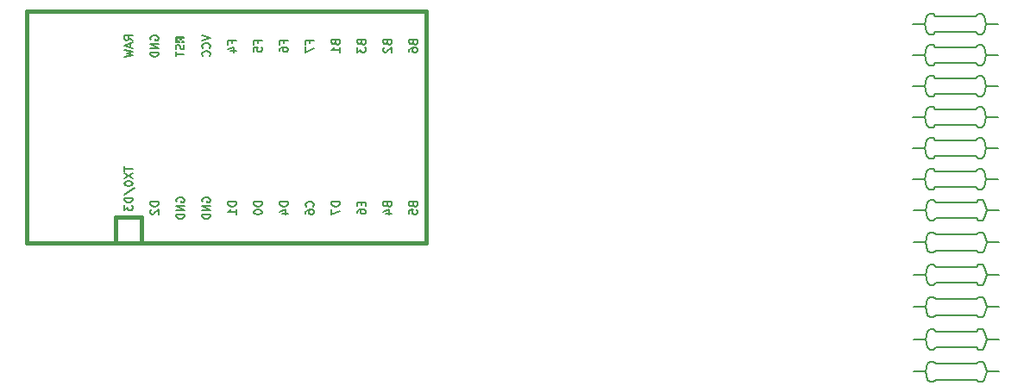
<source format=gbo>
%TF.GenerationSoftware,KiCad,Pcbnew,(5.1.10)-1*%
%TF.CreationDate,2021-10-28T11:13:53+08:00*%
%TF.ProjectId,EGPad,45475061-642e-46b6-9963-61645f706362,rev?*%
%TF.SameCoordinates,Original*%
%TF.FileFunction,Legend,Bot*%
%TF.FilePolarity,Positive*%
%FSLAX46Y46*%
G04 Gerber Fmt 4.6, Leading zero omitted, Abs format (unit mm)*
G04 Created by KiCad (PCBNEW (5.1.10)-1) date 2021-10-28 11:13:53*
%MOMM*%
%LPD*%
G01*
G04 APERTURE LIST*
%ADD10C,0.381000*%
%ADD11C,0.150000*%
G04 APERTURE END LIST*
D10*
%TO.C,U1*%
X101763610Y-54010202D02*
X101763610Y-56550202D01*
X92963610Y-33770202D02*
X92963610Y-56550202D01*
X92963610Y-56550202D02*
X132243610Y-56550202D01*
X132243610Y-56550202D02*
X132243610Y-33770202D01*
X132243610Y-33770202D02*
X92963610Y-33770202D01*
D11*
G36*
X107652640Y-36815567D02*
G01*
X107752640Y-36815567D01*
X107752640Y-36315567D01*
X107652640Y-36315567D01*
X107652640Y-36815567D01*
G37*
X107652640Y-36815567D02*
X107752640Y-36815567D01*
X107752640Y-36315567D01*
X107652640Y-36315567D01*
X107652640Y-36815567D01*
G36*
X107652640Y-36815567D02*
G01*
X107952640Y-36815567D01*
X107952640Y-36715567D01*
X107652640Y-36715567D01*
X107652640Y-36815567D01*
G37*
X107652640Y-36815567D02*
X107952640Y-36815567D01*
X107952640Y-36715567D01*
X107652640Y-36715567D01*
X107652640Y-36815567D01*
G36*
X108252640Y-36815567D02*
G01*
X108452640Y-36815567D01*
X108452640Y-36715567D01*
X108252640Y-36715567D01*
X108252640Y-36815567D01*
G37*
X108252640Y-36815567D02*
X108452640Y-36815567D01*
X108452640Y-36715567D01*
X108252640Y-36715567D01*
X108252640Y-36815567D01*
G36*
X107652640Y-36415567D02*
G01*
X108452640Y-36415567D01*
X108452640Y-36315567D01*
X107652640Y-36315567D01*
X107652640Y-36415567D01*
G37*
X107652640Y-36415567D02*
X108452640Y-36415567D01*
X108452640Y-36315567D01*
X107652640Y-36315567D01*
X107652640Y-36415567D01*
G36*
X108052640Y-36615567D02*
G01*
X108152640Y-36615567D01*
X108152640Y-36515567D01*
X108052640Y-36515567D01*
X108052640Y-36615567D01*
G37*
X108052640Y-36615567D02*
X108152640Y-36615567D01*
X108152640Y-36515567D01*
X108052640Y-36515567D01*
X108052640Y-36615567D01*
D10*
X101763610Y-54010202D02*
X104303610Y-54010202D01*
X104303610Y-54010202D02*
X104303610Y-56550202D01*
D11*
%TO.C,R12*%
X181213500Y-53340000D02*
X180013500Y-53340000D01*
X187013500Y-52540000D02*
X187213500Y-53340000D01*
X186813500Y-52340000D02*
X187013500Y-52540000D01*
X186413500Y-52340000D02*
X186813500Y-52340000D01*
X186213500Y-52540000D02*
X186413500Y-52340000D01*
X182213500Y-52540000D02*
X186213500Y-52540000D01*
X182013500Y-52340000D02*
X182213500Y-52540000D01*
X181613500Y-52340000D02*
X182013500Y-52340000D01*
X181413500Y-52540000D02*
X181613500Y-52340000D01*
X181213500Y-53340000D02*
X181413500Y-52540000D01*
X181413500Y-54140000D02*
X181213500Y-53340000D01*
X181613500Y-54340000D02*
X181413500Y-54140000D01*
X182013500Y-54340000D02*
X181613500Y-54340000D01*
X182213500Y-54140000D02*
X182013500Y-54340000D01*
X186213500Y-54140000D02*
X182213500Y-54140000D01*
X186413500Y-54340000D02*
X186213500Y-54140000D01*
X186813500Y-54340000D02*
X186413500Y-54340000D01*
X187013500Y-54140000D02*
X186813500Y-54340000D01*
X187213500Y-53340000D02*
X187013500Y-54140000D01*
X188413500Y-53340000D02*
X187213500Y-53340000D01*
%TO.C,R11*%
X181213500Y-56515000D02*
X180013500Y-56515000D01*
X187013500Y-55715000D02*
X187213500Y-56515000D01*
X186813500Y-55515000D02*
X187013500Y-55715000D01*
X186413500Y-55515000D02*
X186813500Y-55515000D01*
X186213500Y-55715000D02*
X186413500Y-55515000D01*
X182213500Y-55715000D02*
X186213500Y-55715000D01*
X182013500Y-55515000D02*
X182213500Y-55715000D01*
X181613500Y-55515000D02*
X182013500Y-55515000D01*
X181413500Y-55715000D02*
X181613500Y-55515000D01*
X181213500Y-56515000D02*
X181413500Y-55715000D01*
X181413500Y-57315000D02*
X181213500Y-56515000D01*
X181613500Y-57515000D02*
X181413500Y-57315000D01*
X182013500Y-57515000D02*
X181613500Y-57515000D01*
X182213500Y-57315000D02*
X182013500Y-57515000D01*
X186213500Y-57315000D02*
X182213500Y-57315000D01*
X186413500Y-57515000D02*
X186213500Y-57315000D01*
X186813500Y-57515000D02*
X186413500Y-57515000D01*
X187013500Y-57315000D02*
X186813500Y-57515000D01*
X187213500Y-56515000D02*
X187013500Y-57315000D01*
X188413500Y-56515000D02*
X187213500Y-56515000D01*
%TO.C,R10*%
X181213500Y-59690000D02*
X180013500Y-59690000D01*
X187013500Y-58890000D02*
X187213500Y-59690000D01*
X186813500Y-58690000D02*
X187013500Y-58890000D01*
X186413500Y-58690000D02*
X186813500Y-58690000D01*
X186213500Y-58890000D02*
X186413500Y-58690000D01*
X182213500Y-58890000D02*
X186213500Y-58890000D01*
X182013500Y-58690000D02*
X182213500Y-58890000D01*
X181613500Y-58690000D02*
X182013500Y-58690000D01*
X181413500Y-58890000D02*
X181613500Y-58690000D01*
X181213500Y-59690000D02*
X181413500Y-58890000D01*
X181413500Y-60490000D02*
X181213500Y-59690000D01*
X181613500Y-60690000D02*
X181413500Y-60490000D01*
X182013500Y-60690000D02*
X181613500Y-60690000D01*
X182213500Y-60490000D02*
X182013500Y-60690000D01*
X186213500Y-60490000D02*
X182213500Y-60490000D01*
X186413500Y-60690000D02*
X186213500Y-60490000D01*
X186813500Y-60690000D02*
X186413500Y-60690000D01*
X187013500Y-60490000D02*
X186813500Y-60690000D01*
X187213500Y-59690000D02*
X187013500Y-60490000D01*
X188413500Y-59690000D02*
X187213500Y-59690000D01*
%TO.C,R9*%
X181213500Y-62865000D02*
X180013500Y-62865000D01*
X187013500Y-62065000D02*
X187213500Y-62865000D01*
X186813500Y-61865000D02*
X187013500Y-62065000D01*
X186413500Y-61865000D02*
X186813500Y-61865000D01*
X186213500Y-62065000D02*
X186413500Y-61865000D01*
X182213500Y-62065000D02*
X186213500Y-62065000D01*
X182013500Y-61865000D02*
X182213500Y-62065000D01*
X181613500Y-61865000D02*
X182013500Y-61865000D01*
X181413500Y-62065000D02*
X181613500Y-61865000D01*
X181213500Y-62865000D02*
X181413500Y-62065000D01*
X181413500Y-63665000D02*
X181213500Y-62865000D01*
X181613500Y-63865000D02*
X181413500Y-63665000D01*
X182013500Y-63865000D02*
X181613500Y-63865000D01*
X182213500Y-63665000D02*
X182013500Y-63865000D01*
X186213500Y-63665000D02*
X182213500Y-63665000D01*
X186413500Y-63865000D02*
X186213500Y-63665000D01*
X186813500Y-63865000D02*
X186413500Y-63865000D01*
X187013500Y-63665000D02*
X186813500Y-63865000D01*
X187213500Y-62865000D02*
X187013500Y-63665000D01*
X188413500Y-62865000D02*
X187213500Y-62865000D01*
%TO.C,R8*%
X181213500Y-66040000D02*
X180013500Y-66040000D01*
X187013500Y-65240000D02*
X187213500Y-66040000D01*
X186813500Y-65040000D02*
X187013500Y-65240000D01*
X186413500Y-65040000D02*
X186813500Y-65040000D01*
X186213500Y-65240000D02*
X186413500Y-65040000D01*
X182213500Y-65240000D02*
X186213500Y-65240000D01*
X182013500Y-65040000D02*
X182213500Y-65240000D01*
X181613500Y-65040000D02*
X182013500Y-65040000D01*
X181413500Y-65240000D02*
X181613500Y-65040000D01*
X181213500Y-66040000D02*
X181413500Y-65240000D01*
X181413500Y-66840000D02*
X181213500Y-66040000D01*
X181613500Y-67040000D02*
X181413500Y-66840000D01*
X182013500Y-67040000D02*
X181613500Y-67040000D01*
X182213500Y-66840000D02*
X182013500Y-67040000D01*
X186213500Y-66840000D02*
X182213500Y-66840000D01*
X186413500Y-67040000D02*
X186213500Y-66840000D01*
X186813500Y-67040000D02*
X186413500Y-67040000D01*
X187013500Y-66840000D02*
X186813500Y-67040000D01*
X187213500Y-66040000D02*
X187013500Y-66840000D01*
X188413500Y-66040000D02*
X187213500Y-66040000D01*
%TO.C,R7*%
X181213500Y-69215000D02*
X180013500Y-69215000D01*
X187013500Y-68415000D02*
X187213500Y-69215000D01*
X186813500Y-68215000D02*
X187013500Y-68415000D01*
X186413500Y-68215000D02*
X186813500Y-68215000D01*
X186213500Y-68415000D02*
X186413500Y-68215000D01*
X182213500Y-68415000D02*
X186213500Y-68415000D01*
X182013500Y-68215000D02*
X182213500Y-68415000D01*
X181613500Y-68215000D02*
X182013500Y-68215000D01*
X181413500Y-68415000D02*
X181613500Y-68215000D01*
X181213500Y-69215000D02*
X181413500Y-68415000D01*
X181413500Y-70015000D02*
X181213500Y-69215000D01*
X181613500Y-70215000D02*
X181413500Y-70015000D01*
X182013500Y-70215000D02*
X181613500Y-70215000D01*
X182213500Y-70015000D02*
X182013500Y-70215000D01*
X186213500Y-70015000D02*
X182213500Y-70015000D01*
X186413500Y-70215000D02*
X186213500Y-70015000D01*
X186813500Y-70215000D02*
X186413500Y-70215000D01*
X187013500Y-70015000D02*
X186813500Y-70215000D01*
X187213500Y-69215000D02*
X187013500Y-70015000D01*
X188413500Y-69215000D02*
X187213500Y-69215000D01*
%TO.C,R6*%
X181150000Y-50292000D02*
X179950000Y-50292000D01*
X186950000Y-49492000D02*
X187150000Y-50292000D01*
X186750000Y-49292000D02*
X186950000Y-49492000D01*
X186350000Y-49292000D02*
X186750000Y-49292000D01*
X186150000Y-49492000D02*
X186350000Y-49292000D01*
X182150000Y-49492000D02*
X186150000Y-49492000D01*
X181950000Y-49292000D02*
X182150000Y-49492000D01*
X181550000Y-49292000D02*
X181950000Y-49292000D01*
X181350000Y-49492000D02*
X181550000Y-49292000D01*
X181150000Y-50292000D02*
X181350000Y-49492000D01*
X181350000Y-51092000D02*
X181150000Y-50292000D01*
X181550000Y-51292000D02*
X181350000Y-51092000D01*
X181950000Y-51292000D02*
X181550000Y-51292000D01*
X182150000Y-51092000D02*
X181950000Y-51292000D01*
X186150000Y-51092000D02*
X182150000Y-51092000D01*
X186350000Y-51292000D02*
X186150000Y-51092000D01*
X186750000Y-51292000D02*
X186350000Y-51292000D01*
X186950000Y-51092000D02*
X186750000Y-51292000D01*
X187150000Y-50292000D02*
X186950000Y-51092000D01*
X188350000Y-50292000D02*
X187150000Y-50292000D01*
%TO.C,R5*%
X181150000Y-47244000D02*
X179950000Y-47244000D01*
X186950000Y-46444000D02*
X187150000Y-47244000D01*
X186750000Y-46244000D02*
X186950000Y-46444000D01*
X186350000Y-46244000D02*
X186750000Y-46244000D01*
X186150000Y-46444000D02*
X186350000Y-46244000D01*
X182150000Y-46444000D02*
X186150000Y-46444000D01*
X181950000Y-46244000D02*
X182150000Y-46444000D01*
X181550000Y-46244000D02*
X181950000Y-46244000D01*
X181350000Y-46444000D02*
X181550000Y-46244000D01*
X181150000Y-47244000D02*
X181350000Y-46444000D01*
X181350000Y-48044000D02*
X181150000Y-47244000D01*
X181550000Y-48244000D02*
X181350000Y-48044000D01*
X181950000Y-48244000D02*
X181550000Y-48244000D01*
X182150000Y-48044000D02*
X181950000Y-48244000D01*
X186150000Y-48044000D02*
X182150000Y-48044000D01*
X186350000Y-48244000D02*
X186150000Y-48044000D01*
X186750000Y-48244000D02*
X186350000Y-48244000D01*
X186950000Y-48044000D02*
X186750000Y-48244000D01*
X187150000Y-47244000D02*
X186950000Y-48044000D01*
X188350000Y-47244000D02*
X187150000Y-47244000D01*
%TO.C,R4*%
X181150000Y-44196000D02*
X179950000Y-44196000D01*
X186950000Y-43396000D02*
X187150000Y-44196000D01*
X186750000Y-43196000D02*
X186950000Y-43396000D01*
X186350000Y-43196000D02*
X186750000Y-43196000D01*
X186150000Y-43396000D02*
X186350000Y-43196000D01*
X182150000Y-43396000D02*
X186150000Y-43396000D01*
X181950000Y-43196000D02*
X182150000Y-43396000D01*
X181550000Y-43196000D02*
X181950000Y-43196000D01*
X181350000Y-43396000D02*
X181550000Y-43196000D01*
X181150000Y-44196000D02*
X181350000Y-43396000D01*
X181350000Y-44996000D02*
X181150000Y-44196000D01*
X181550000Y-45196000D02*
X181350000Y-44996000D01*
X181950000Y-45196000D02*
X181550000Y-45196000D01*
X182150000Y-44996000D02*
X181950000Y-45196000D01*
X186150000Y-44996000D02*
X182150000Y-44996000D01*
X186350000Y-45196000D02*
X186150000Y-44996000D01*
X186750000Y-45196000D02*
X186350000Y-45196000D01*
X186950000Y-44996000D02*
X186750000Y-45196000D01*
X187150000Y-44196000D02*
X186950000Y-44996000D01*
X188350000Y-44196000D02*
X187150000Y-44196000D01*
%TO.C,R3*%
X181150000Y-41148000D02*
X179950000Y-41148000D01*
X186950000Y-40348000D02*
X187150000Y-41148000D01*
X186750000Y-40148000D02*
X186950000Y-40348000D01*
X186350000Y-40148000D02*
X186750000Y-40148000D01*
X186150000Y-40348000D02*
X186350000Y-40148000D01*
X182150000Y-40348000D02*
X186150000Y-40348000D01*
X181950000Y-40148000D02*
X182150000Y-40348000D01*
X181550000Y-40148000D02*
X181950000Y-40148000D01*
X181350000Y-40348000D02*
X181550000Y-40148000D01*
X181150000Y-41148000D02*
X181350000Y-40348000D01*
X181350000Y-41948000D02*
X181150000Y-41148000D01*
X181550000Y-42148000D02*
X181350000Y-41948000D01*
X181950000Y-42148000D02*
X181550000Y-42148000D01*
X182150000Y-41948000D02*
X181950000Y-42148000D01*
X186150000Y-41948000D02*
X182150000Y-41948000D01*
X186350000Y-42148000D02*
X186150000Y-41948000D01*
X186750000Y-42148000D02*
X186350000Y-42148000D01*
X186950000Y-41948000D02*
X186750000Y-42148000D01*
X187150000Y-41148000D02*
X186950000Y-41948000D01*
X188350000Y-41148000D02*
X187150000Y-41148000D01*
%TO.C,R2*%
X181150000Y-38100000D02*
X179950000Y-38100000D01*
X186950000Y-37300000D02*
X187150000Y-38100000D01*
X186750000Y-37100000D02*
X186950000Y-37300000D01*
X186350000Y-37100000D02*
X186750000Y-37100000D01*
X186150000Y-37300000D02*
X186350000Y-37100000D01*
X182150000Y-37300000D02*
X186150000Y-37300000D01*
X181950000Y-37100000D02*
X182150000Y-37300000D01*
X181550000Y-37100000D02*
X181950000Y-37100000D01*
X181350000Y-37300000D02*
X181550000Y-37100000D01*
X181150000Y-38100000D02*
X181350000Y-37300000D01*
X181350000Y-38900000D02*
X181150000Y-38100000D01*
X181550000Y-39100000D02*
X181350000Y-38900000D01*
X181950000Y-39100000D02*
X181550000Y-39100000D01*
X182150000Y-38900000D02*
X181950000Y-39100000D01*
X186150000Y-38900000D02*
X182150000Y-38900000D01*
X186350000Y-39100000D02*
X186150000Y-38900000D01*
X186750000Y-39100000D02*
X186350000Y-39100000D01*
X186950000Y-38900000D02*
X186750000Y-39100000D01*
X187150000Y-38100000D02*
X186950000Y-38900000D01*
X188350000Y-38100000D02*
X187150000Y-38100000D01*
%TO.C,R1*%
X181150000Y-35052000D02*
X179950000Y-35052000D01*
X186950000Y-34252000D02*
X187150000Y-35052000D01*
X186750000Y-34052000D02*
X186950000Y-34252000D01*
X186350000Y-34052000D02*
X186750000Y-34052000D01*
X186150000Y-34252000D02*
X186350000Y-34052000D01*
X182150000Y-34252000D02*
X186150000Y-34252000D01*
X181950000Y-34052000D02*
X182150000Y-34252000D01*
X181550000Y-34052000D02*
X181950000Y-34052000D01*
X181350000Y-34252000D02*
X181550000Y-34052000D01*
X181150000Y-35052000D02*
X181350000Y-34252000D01*
X181350000Y-35852000D02*
X181150000Y-35052000D01*
X181550000Y-36052000D02*
X181350000Y-35852000D01*
X181950000Y-36052000D02*
X181550000Y-36052000D01*
X182150000Y-35852000D02*
X181950000Y-36052000D01*
X186150000Y-35852000D02*
X182150000Y-35852000D01*
X186350000Y-36052000D02*
X186150000Y-35852000D01*
X186750000Y-36052000D02*
X186350000Y-36052000D01*
X186950000Y-35852000D02*
X186750000Y-36052000D01*
X187150000Y-35052000D02*
X186950000Y-35852000D01*
X188350000Y-35052000D02*
X187150000Y-35052000D01*
%TO.C,U1*%
X108417419Y-37086868D02*
X108455514Y-37201154D01*
X108455514Y-37391630D01*
X108417419Y-37467821D01*
X108379324Y-37505916D01*
X108303133Y-37544011D01*
X108226943Y-37544011D01*
X108150752Y-37505916D01*
X108112657Y-37467821D01*
X108074562Y-37391630D01*
X108036467Y-37239249D01*
X107998371Y-37163059D01*
X107960276Y-37124963D01*
X107884086Y-37086868D01*
X107807895Y-37086868D01*
X107731705Y-37124963D01*
X107693610Y-37163059D01*
X107655514Y-37239249D01*
X107655514Y-37429725D01*
X107693610Y-37544011D01*
X107655514Y-37772582D02*
X107655514Y-38229725D01*
X108455514Y-38001154D02*
X107655514Y-38001154D01*
X102595514Y-49041597D02*
X102595514Y-49498740D01*
X103395514Y-49270169D02*
X102595514Y-49270169D01*
X102595514Y-49689216D02*
X103395514Y-50222550D01*
X102595514Y-50222550D02*
X103395514Y-49689216D01*
X102595514Y-50679693D02*
X102595514Y-50755883D01*
X102633610Y-50832074D01*
X102671705Y-50870169D01*
X102747895Y-50908264D01*
X102900276Y-50946359D01*
X103090752Y-50946359D01*
X103243133Y-50908264D01*
X103319324Y-50870169D01*
X103357419Y-50832074D01*
X103395514Y-50755883D01*
X103395514Y-50679693D01*
X103357419Y-50603502D01*
X103319324Y-50565407D01*
X103243133Y-50527312D01*
X103090752Y-50489216D01*
X102900276Y-50489216D01*
X102747895Y-50527312D01*
X102671705Y-50565407D01*
X102633610Y-50603502D01*
X102595514Y-50679693D01*
X102557419Y-51860645D02*
X103585990Y-51174931D01*
X103395514Y-52127312D02*
X102595514Y-52127312D01*
X102595514Y-52317788D01*
X102633610Y-52432074D01*
X102709800Y-52508264D01*
X102785990Y-52546359D01*
X102938371Y-52584454D01*
X103052657Y-52584454D01*
X103205038Y-52546359D01*
X103281229Y-52508264D01*
X103357419Y-52432074D01*
X103395514Y-52317788D01*
X103395514Y-52127312D01*
X102595514Y-52851121D02*
X102595514Y-53346359D01*
X102900276Y-53079693D01*
X102900276Y-53193978D01*
X102938371Y-53270169D01*
X102976467Y-53308264D01*
X103052657Y-53346359D01*
X103243133Y-53346359D01*
X103319324Y-53308264D01*
X103357419Y-53270169D01*
X103395514Y-53193978D01*
X103395514Y-52965407D01*
X103357419Y-52889216D01*
X103319324Y-52851121D01*
X128376467Y-36875392D02*
X128414562Y-36989678D01*
X128452657Y-37027773D01*
X128528848Y-37065868D01*
X128643133Y-37065868D01*
X128719324Y-37027773D01*
X128757419Y-36989678D01*
X128795514Y-36913487D01*
X128795514Y-36608725D01*
X127995514Y-36608725D01*
X127995514Y-36875392D01*
X128033610Y-36951582D01*
X128071705Y-36989678D01*
X128147895Y-37027773D01*
X128224086Y-37027773D01*
X128300276Y-36989678D01*
X128338371Y-36951582D01*
X128376467Y-36875392D01*
X128376467Y-36608725D01*
X128071705Y-37370630D02*
X128033610Y-37408725D01*
X127995514Y-37484916D01*
X127995514Y-37675392D01*
X128033610Y-37751582D01*
X128071705Y-37789678D01*
X128147895Y-37827773D01*
X128224086Y-37827773D01*
X128338371Y-37789678D01*
X128795514Y-37332535D01*
X128795514Y-37827773D01*
X120756467Y-36932535D02*
X120756467Y-36665868D01*
X121175514Y-36665868D02*
X120375514Y-36665868D01*
X120375514Y-37046821D01*
X120375514Y-37275392D02*
X120375514Y-37808725D01*
X121175514Y-37465868D01*
X118216467Y-36932535D02*
X118216467Y-36665868D01*
X118635514Y-36665868D02*
X117835514Y-36665868D01*
X117835514Y-37046821D01*
X117835514Y-37694440D02*
X117835514Y-37542059D01*
X117873610Y-37465868D01*
X117911705Y-37427773D01*
X118025990Y-37351582D01*
X118178371Y-37313487D01*
X118483133Y-37313487D01*
X118559324Y-37351582D01*
X118597419Y-37389678D01*
X118635514Y-37465868D01*
X118635514Y-37618249D01*
X118597419Y-37694440D01*
X118559324Y-37732535D01*
X118483133Y-37770630D01*
X118292657Y-37770630D01*
X118216467Y-37732535D01*
X118178371Y-37694440D01*
X118140276Y-37618249D01*
X118140276Y-37465868D01*
X118178371Y-37389678D01*
X118216467Y-37351582D01*
X118292657Y-37313487D01*
X115676467Y-36932535D02*
X115676467Y-36665868D01*
X116095514Y-36665868D02*
X115295514Y-36665868D01*
X115295514Y-37046821D01*
X115295514Y-37732535D02*
X115295514Y-37351582D01*
X115676467Y-37313487D01*
X115638371Y-37351582D01*
X115600276Y-37427773D01*
X115600276Y-37618249D01*
X115638371Y-37694440D01*
X115676467Y-37732535D01*
X115752657Y-37770630D01*
X115943133Y-37770630D01*
X116019324Y-37732535D01*
X116057419Y-37694440D01*
X116095514Y-37618249D01*
X116095514Y-37427773D01*
X116057419Y-37351582D01*
X116019324Y-37313487D01*
X103395514Y-36646821D02*
X103014562Y-36380154D01*
X103395514Y-36189678D02*
X102595514Y-36189678D01*
X102595514Y-36494440D01*
X102633610Y-36570630D01*
X102671705Y-36608725D01*
X102747895Y-36646821D01*
X102862181Y-36646821D01*
X102938371Y-36608725D01*
X102976467Y-36570630D01*
X103014562Y-36494440D01*
X103014562Y-36189678D01*
X103166943Y-36951582D02*
X103166943Y-37332535D01*
X103395514Y-36875392D02*
X102595514Y-37142059D01*
X103395514Y-37408725D01*
X102595514Y-37599202D02*
X103395514Y-37789678D01*
X102824086Y-37942059D01*
X103395514Y-38094440D01*
X102595514Y-38284916D01*
X105173610Y-36589678D02*
X105135514Y-36513487D01*
X105135514Y-36399202D01*
X105173610Y-36284916D01*
X105249800Y-36208725D01*
X105325990Y-36170630D01*
X105478371Y-36132535D01*
X105592657Y-36132535D01*
X105745038Y-36170630D01*
X105821229Y-36208725D01*
X105897419Y-36284916D01*
X105935514Y-36399202D01*
X105935514Y-36475392D01*
X105897419Y-36589678D01*
X105859324Y-36627773D01*
X105592657Y-36627773D01*
X105592657Y-36475392D01*
X105935514Y-36970630D02*
X105135514Y-36970630D01*
X105935514Y-37427773D01*
X105135514Y-37427773D01*
X105935514Y-37808725D02*
X105135514Y-37808725D01*
X105135514Y-37999202D01*
X105173610Y-38113487D01*
X105249800Y-38189678D01*
X105325990Y-38227773D01*
X105478371Y-38265868D01*
X105592657Y-38265868D01*
X105745038Y-38227773D01*
X105821229Y-38189678D01*
X105897419Y-38113487D01*
X105935514Y-37999202D01*
X105935514Y-37808725D01*
X110215514Y-36132535D02*
X111015514Y-36399202D01*
X110215514Y-36665868D01*
X110939324Y-37389678D02*
X110977419Y-37351582D01*
X111015514Y-37237297D01*
X111015514Y-37161106D01*
X110977419Y-37046821D01*
X110901229Y-36970630D01*
X110825038Y-36932535D01*
X110672657Y-36894440D01*
X110558371Y-36894440D01*
X110405990Y-36932535D01*
X110329800Y-36970630D01*
X110253610Y-37046821D01*
X110215514Y-37161106D01*
X110215514Y-37237297D01*
X110253610Y-37351582D01*
X110291705Y-37389678D01*
X110939324Y-38189678D02*
X110977419Y-38151582D01*
X111015514Y-38037297D01*
X111015514Y-37961106D01*
X110977419Y-37846821D01*
X110901229Y-37770630D01*
X110825038Y-37732535D01*
X110672657Y-37694440D01*
X110558371Y-37694440D01*
X110405990Y-37732535D01*
X110329800Y-37770630D01*
X110253610Y-37846821D01*
X110215514Y-37961106D01*
X110215514Y-38037297D01*
X110253610Y-38151582D01*
X110291705Y-38189678D01*
X113136467Y-36932535D02*
X113136467Y-36665868D01*
X113555514Y-36665868D02*
X112755514Y-36665868D01*
X112755514Y-37046821D01*
X113022181Y-37694440D02*
X113555514Y-37694440D01*
X112717419Y-37503963D02*
X113288848Y-37313487D01*
X113288848Y-37808725D01*
X123296467Y-36875392D02*
X123334562Y-36989678D01*
X123372657Y-37027773D01*
X123448848Y-37065868D01*
X123563133Y-37065868D01*
X123639324Y-37027773D01*
X123677419Y-36989678D01*
X123715514Y-36913487D01*
X123715514Y-36608725D01*
X122915514Y-36608725D01*
X122915514Y-36875392D01*
X122953610Y-36951582D01*
X122991705Y-36989678D01*
X123067895Y-37027773D01*
X123144086Y-37027773D01*
X123220276Y-36989678D01*
X123258371Y-36951582D01*
X123296467Y-36875392D01*
X123296467Y-36608725D01*
X123715514Y-37827773D02*
X123715514Y-37370630D01*
X123715514Y-37599202D02*
X122915514Y-37599202D01*
X123029800Y-37523011D01*
X123105990Y-37446821D01*
X123144086Y-37370630D01*
X125836467Y-36875392D02*
X125874562Y-36989678D01*
X125912657Y-37027773D01*
X125988848Y-37065868D01*
X126103133Y-37065868D01*
X126179324Y-37027773D01*
X126217419Y-36989678D01*
X126255514Y-36913487D01*
X126255514Y-36608725D01*
X125455514Y-36608725D01*
X125455514Y-36875392D01*
X125493610Y-36951582D01*
X125531705Y-36989678D01*
X125607895Y-37027773D01*
X125684086Y-37027773D01*
X125760276Y-36989678D01*
X125798371Y-36951582D01*
X125836467Y-36875392D01*
X125836467Y-36608725D01*
X125455514Y-37332535D02*
X125455514Y-37827773D01*
X125760276Y-37561106D01*
X125760276Y-37675392D01*
X125798371Y-37751582D01*
X125836467Y-37789678D01*
X125912657Y-37827773D01*
X126103133Y-37827773D01*
X126179324Y-37789678D01*
X126217419Y-37751582D01*
X126255514Y-37675392D01*
X126255514Y-37446821D01*
X126217419Y-37370630D01*
X126179324Y-37332535D01*
X130916467Y-36875392D02*
X130954562Y-36989678D01*
X130992657Y-37027773D01*
X131068848Y-37065868D01*
X131183133Y-37065868D01*
X131259324Y-37027773D01*
X131297419Y-36989678D01*
X131335514Y-36913487D01*
X131335514Y-36608725D01*
X130535514Y-36608725D01*
X130535514Y-36875392D01*
X130573610Y-36951582D01*
X130611705Y-36989678D01*
X130687895Y-37027773D01*
X130764086Y-37027773D01*
X130840276Y-36989678D01*
X130878371Y-36951582D01*
X130916467Y-36875392D01*
X130916467Y-36608725D01*
X130535514Y-37751582D02*
X130535514Y-37599202D01*
X130573610Y-37523011D01*
X130611705Y-37484916D01*
X130725990Y-37408725D01*
X130878371Y-37370630D01*
X131183133Y-37370630D01*
X131259324Y-37408725D01*
X131297419Y-37446821D01*
X131335514Y-37523011D01*
X131335514Y-37675392D01*
X131297419Y-37751582D01*
X131259324Y-37789678D01*
X131183133Y-37827773D01*
X130992657Y-37827773D01*
X130916467Y-37789678D01*
X130878371Y-37751582D01*
X130840276Y-37675392D01*
X130840276Y-37523011D01*
X130878371Y-37446821D01*
X130916467Y-37408725D01*
X130992657Y-37370630D01*
X130916467Y-52797392D02*
X130954562Y-52911678D01*
X130992657Y-52949773D01*
X131068848Y-52987868D01*
X131183133Y-52987868D01*
X131259324Y-52949773D01*
X131297419Y-52911678D01*
X131335514Y-52835487D01*
X131335514Y-52530725D01*
X130535514Y-52530725D01*
X130535514Y-52797392D01*
X130573610Y-52873582D01*
X130611705Y-52911678D01*
X130687895Y-52949773D01*
X130764086Y-52949773D01*
X130840276Y-52911678D01*
X130878371Y-52873582D01*
X130916467Y-52797392D01*
X130916467Y-52530725D01*
X130535514Y-53711678D02*
X130535514Y-53330725D01*
X130916467Y-53292630D01*
X130878371Y-53330725D01*
X130840276Y-53406916D01*
X130840276Y-53597392D01*
X130878371Y-53673582D01*
X130916467Y-53711678D01*
X130992657Y-53749773D01*
X131183133Y-53749773D01*
X131259324Y-53711678D01*
X131297419Y-53673582D01*
X131335514Y-53597392D01*
X131335514Y-53406916D01*
X131297419Y-53330725D01*
X131259324Y-53292630D01*
X128376467Y-52797392D02*
X128414562Y-52911678D01*
X128452657Y-52949773D01*
X128528848Y-52987868D01*
X128643133Y-52987868D01*
X128719324Y-52949773D01*
X128757419Y-52911678D01*
X128795514Y-52835487D01*
X128795514Y-52530725D01*
X127995514Y-52530725D01*
X127995514Y-52797392D01*
X128033610Y-52873582D01*
X128071705Y-52911678D01*
X128147895Y-52949773D01*
X128224086Y-52949773D01*
X128300276Y-52911678D01*
X128338371Y-52873582D01*
X128376467Y-52797392D01*
X128376467Y-52530725D01*
X128262181Y-53673582D02*
X128795514Y-53673582D01*
X127957419Y-53483106D02*
X128528848Y-53292630D01*
X128528848Y-53787868D01*
X125836467Y-52568821D02*
X125836467Y-52835487D01*
X126255514Y-52949773D02*
X126255514Y-52568821D01*
X125455514Y-52568821D01*
X125455514Y-52949773D01*
X125455514Y-53635487D02*
X125455514Y-53483106D01*
X125493610Y-53406916D01*
X125531705Y-53368821D01*
X125645990Y-53292630D01*
X125798371Y-53254535D01*
X126103133Y-53254535D01*
X126179324Y-53292630D01*
X126217419Y-53330725D01*
X126255514Y-53406916D01*
X126255514Y-53559297D01*
X126217419Y-53635487D01*
X126179324Y-53673582D01*
X126103133Y-53711678D01*
X125912657Y-53711678D01*
X125836467Y-53673582D01*
X125798371Y-53635487D01*
X125760276Y-53559297D01*
X125760276Y-53406916D01*
X125798371Y-53330725D01*
X125836467Y-53292630D01*
X125912657Y-53254535D01*
X123715514Y-52530725D02*
X122915514Y-52530725D01*
X122915514Y-52721202D01*
X122953610Y-52835487D01*
X123029800Y-52911678D01*
X123105990Y-52949773D01*
X123258371Y-52987868D01*
X123372657Y-52987868D01*
X123525038Y-52949773D01*
X123601229Y-52911678D01*
X123677419Y-52835487D01*
X123715514Y-52721202D01*
X123715514Y-52530725D01*
X122915514Y-53254535D02*
X122915514Y-53787868D01*
X123715514Y-53445011D01*
X121099324Y-52987868D02*
X121137419Y-52949773D01*
X121175514Y-52835487D01*
X121175514Y-52759297D01*
X121137419Y-52645011D01*
X121061229Y-52568821D01*
X120985038Y-52530725D01*
X120832657Y-52492630D01*
X120718371Y-52492630D01*
X120565990Y-52530725D01*
X120489800Y-52568821D01*
X120413610Y-52645011D01*
X120375514Y-52759297D01*
X120375514Y-52835487D01*
X120413610Y-52949773D01*
X120451705Y-52987868D01*
X120375514Y-53673582D02*
X120375514Y-53521202D01*
X120413610Y-53445011D01*
X120451705Y-53406916D01*
X120565990Y-53330725D01*
X120718371Y-53292630D01*
X121023133Y-53292630D01*
X121099324Y-53330725D01*
X121137419Y-53368821D01*
X121175514Y-53445011D01*
X121175514Y-53597392D01*
X121137419Y-53673582D01*
X121099324Y-53711678D01*
X121023133Y-53749773D01*
X120832657Y-53749773D01*
X120756467Y-53711678D01*
X120718371Y-53673582D01*
X120680276Y-53597392D01*
X120680276Y-53445011D01*
X120718371Y-53368821D01*
X120756467Y-53330725D01*
X120832657Y-53292630D01*
X118635514Y-52530725D02*
X117835514Y-52530725D01*
X117835514Y-52721202D01*
X117873610Y-52835487D01*
X117949800Y-52911678D01*
X118025990Y-52949773D01*
X118178371Y-52987868D01*
X118292657Y-52987868D01*
X118445038Y-52949773D01*
X118521229Y-52911678D01*
X118597419Y-52835487D01*
X118635514Y-52721202D01*
X118635514Y-52530725D01*
X118102181Y-53673582D02*
X118635514Y-53673582D01*
X117797419Y-53483106D02*
X118368848Y-53292630D01*
X118368848Y-53787868D01*
X107713610Y-52511678D02*
X107675514Y-52435487D01*
X107675514Y-52321202D01*
X107713610Y-52206916D01*
X107789800Y-52130725D01*
X107865990Y-52092630D01*
X108018371Y-52054535D01*
X108132657Y-52054535D01*
X108285038Y-52092630D01*
X108361229Y-52130725D01*
X108437419Y-52206916D01*
X108475514Y-52321202D01*
X108475514Y-52397392D01*
X108437419Y-52511678D01*
X108399324Y-52549773D01*
X108132657Y-52549773D01*
X108132657Y-52397392D01*
X108475514Y-52892630D02*
X107675514Y-52892630D01*
X108475514Y-53349773D01*
X107675514Y-53349773D01*
X108475514Y-53730725D02*
X107675514Y-53730725D01*
X107675514Y-53921202D01*
X107713610Y-54035487D01*
X107789800Y-54111678D01*
X107865990Y-54149773D01*
X108018371Y-54187868D01*
X108132657Y-54187868D01*
X108285038Y-54149773D01*
X108361229Y-54111678D01*
X108437419Y-54035487D01*
X108475514Y-53921202D01*
X108475514Y-53730725D01*
X110253610Y-52511678D02*
X110215514Y-52435487D01*
X110215514Y-52321202D01*
X110253610Y-52206916D01*
X110329800Y-52130725D01*
X110405990Y-52092630D01*
X110558371Y-52054535D01*
X110672657Y-52054535D01*
X110825038Y-52092630D01*
X110901229Y-52130725D01*
X110977419Y-52206916D01*
X111015514Y-52321202D01*
X111015514Y-52397392D01*
X110977419Y-52511678D01*
X110939324Y-52549773D01*
X110672657Y-52549773D01*
X110672657Y-52397392D01*
X111015514Y-52892630D02*
X110215514Y-52892630D01*
X111015514Y-53349773D01*
X110215514Y-53349773D01*
X111015514Y-53730725D02*
X110215514Y-53730725D01*
X110215514Y-53921202D01*
X110253610Y-54035487D01*
X110329800Y-54111678D01*
X110405990Y-54149773D01*
X110558371Y-54187868D01*
X110672657Y-54187868D01*
X110825038Y-54149773D01*
X110901229Y-54111678D01*
X110977419Y-54035487D01*
X111015514Y-53921202D01*
X111015514Y-53730725D01*
X113555514Y-52530725D02*
X112755514Y-52530725D01*
X112755514Y-52721202D01*
X112793610Y-52835487D01*
X112869800Y-52911678D01*
X112945990Y-52949773D01*
X113098371Y-52987868D01*
X113212657Y-52987868D01*
X113365038Y-52949773D01*
X113441229Y-52911678D01*
X113517419Y-52835487D01*
X113555514Y-52721202D01*
X113555514Y-52530725D01*
X113555514Y-53749773D02*
X113555514Y-53292630D01*
X113555514Y-53521202D02*
X112755514Y-53521202D01*
X112869800Y-53445011D01*
X112945990Y-53368821D01*
X112984086Y-53292630D01*
X116095514Y-52530725D02*
X115295514Y-52530725D01*
X115295514Y-52721202D01*
X115333610Y-52835487D01*
X115409800Y-52911678D01*
X115485990Y-52949773D01*
X115638371Y-52987868D01*
X115752657Y-52987868D01*
X115905038Y-52949773D01*
X115981229Y-52911678D01*
X116057419Y-52835487D01*
X116095514Y-52721202D01*
X116095514Y-52530725D01*
X115295514Y-53483106D02*
X115295514Y-53559297D01*
X115333610Y-53635487D01*
X115371705Y-53673582D01*
X115447895Y-53711678D01*
X115600276Y-53749773D01*
X115790752Y-53749773D01*
X115943133Y-53711678D01*
X116019324Y-53673582D01*
X116057419Y-53635487D01*
X116095514Y-53559297D01*
X116095514Y-53483106D01*
X116057419Y-53406916D01*
X116019324Y-53368821D01*
X115943133Y-53330725D01*
X115790752Y-53292630D01*
X115600276Y-53292630D01*
X115447895Y-53330725D01*
X115371705Y-53368821D01*
X115333610Y-53406916D01*
X115295514Y-53483106D01*
X105935514Y-52530725D02*
X105135514Y-52530725D01*
X105135514Y-52721202D01*
X105173610Y-52835487D01*
X105249800Y-52911678D01*
X105325990Y-52949773D01*
X105478371Y-52987868D01*
X105592657Y-52987868D01*
X105745038Y-52949773D01*
X105821229Y-52911678D01*
X105897419Y-52835487D01*
X105935514Y-52721202D01*
X105935514Y-52530725D01*
X105211705Y-53292630D02*
X105173610Y-53330725D01*
X105135514Y-53406916D01*
X105135514Y-53597392D01*
X105173610Y-53673582D01*
X105211705Y-53711678D01*
X105287895Y-53749773D01*
X105364086Y-53749773D01*
X105478371Y-53711678D01*
X105935514Y-53254535D01*
X105935514Y-53749773D01*
%TD*%
M02*

</source>
